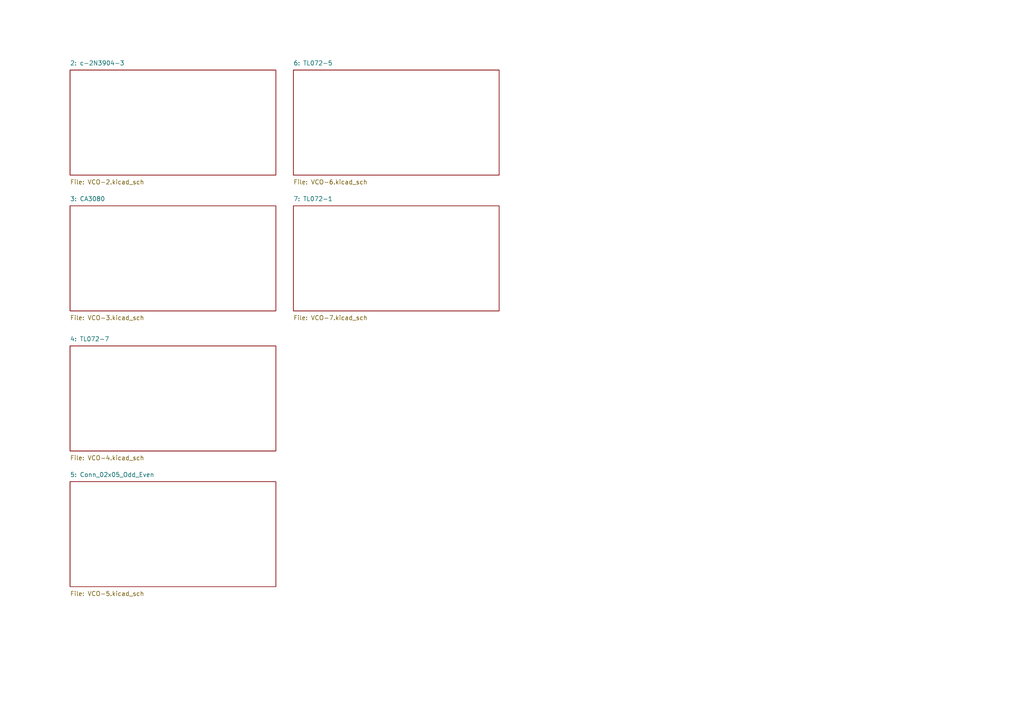
<source format=kicad_sch>
(kicad_sch (version 20230121) (generator jitx)
  (paper "A4")
  (lib_symbols
    (symbol "Net-12V" (power)
      (property "Reference" "#PWR" (at 35.0 60.0 0.0))
      (property "Value" "Net-12V" (at -2.54 2.54 0.0))
      (symbol "Net-12V_1_0"
        (pin power_in line (at 0.0 0.0 90) (length 0.0) (name "Net-12V") (number "~"))
        (polyline (pts (xy 0.0 0.0) (xy 0.0 0.635)) (stroke (width 0.127)))
        (polyline (pts (xy 0.0 1.905) (xy -0.635 0.635) (xy 0.635 0.635) (xy 0.0 1.905)) (stroke (width 0.0)) (fill (type background)))
      )
    )
    (symbol "GND" (power)
      (property "Reference" "#PWR" (at 35.0 60.0 0.0))
      (property "Value" "GND" (at -2.54 -2.54 0.0))
      (symbol "GND_1_0"
        (pin power_in line (at 0.0 0.0 270) (length 0.0) (name "GND") (number "~"))
        (polyline (pts (xy 0.0 0.0) (xy 0.0 -1.27)) (stroke (width 0.127)))
        (polyline (pts (xy -1.27 -1.27) (xy 1.27 -1.27)) (stroke (width 0.254)))
        (polyline (pts (xy -0.762 -1.778) (xy 0.762 -1.778)) (stroke (width 0.254)))
        (polyline (pts (xy -0.254 -2.286) (xy 0.254 -2.286)) (stroke (width 0.254)))
      )
    )
    (symbol "Net+12V" (power)
      (property "Reference" "#PWR" (at 35.0 60.0 0.0))
      (property "Value" "Net+12V" (at -2.54 2.54 0.0))
      (symbol "Net+12V_1_0"
        (pin power_in line (at 0.0 0.0 90) (length 0.0) (name "Net+12V") (number "~"))
        (polyline (pts (xy 0.0 0.0) (xy 0.0 0.635)) (stroke (width 0.127)))
        (polyline (pts (xy 0.0 1.905) (xy -0.635 0.635) (xy 0.635 0.635) (xy 0.0 1.905)) (stroke (width 0.0)) (fill (type background)))
      )
    )
    (symbol "Conn_02x05_Odd_Even"
      (property "Reference" "U" (at 1.27 7.62 0.0))
      (property "Value" "Conn_02x05_Odd_Even" (at 1.27 -7.62 0.0))
      (symbol "Conn_02x05_Odd_Even_1_0"
        (pin unspecified line (at -5.08 5.08 0) (length 3.81) (name "Pin_1") (number "~"))
        (pin unspecified line (at 7.62 -5.08 180) (length 3.81) (name "Pin_10") (number "~"))
        (pin unspecified line (at 7.62 5.08 180) (length 3.81) (name "Pin_2") (number "~"))
        (pin unspecified line (at -5.08 2.54 0) (length 3.81) (name "Pin_3") (number "~"))
        (pin unspecified line (at 7.62 2.54 180) (length 3.81) (name "Pin_4") (number "~"))
        (pin unspecified line (at -5.08 0.0 0) (length 3.81) (name "Pin_5") (number "~"))
        (pin unspecified line (at 7.62 0.0 180) (length 3.81) (name "Pin_6") (number "~"))
        (pin unspecified line (at -5.08 -2.54 0) (length 3.81) (name "Pin_7") (number "~"))
        (pin unspecified line (at 7.62 -2.54 180) (length 3.81) (name "Pin_8") (number "~"))
        (pin unspecified line (at -5.08 -5.08 0) (length 3.81) (name "Pin_9") (number "~"))
        (rectangle (start -1.27 -6.35) (end 3.81 6.35) (stroke (width 0.0)) (fill (type background)))
        (rectangle (start 2.54 -2.667) (end 3.81 -2.413) (stroke (width 0.0)))
        (rectangle (start 2.54 -0.127) (end 3.81 0.127) (stroke (width 0.0)))
        (rectangle (start -1.27 2.413) (end 0.0 2.667) (stroke (width 0.0)))
        (rectangle (start 2.54 2.413) (end 3.81 2.667) (stroke (width 0.0)))
        (rectangle (start -1.27 -0.127) (end 0.0 0.127) (stroke (width 0.0)))
        (rectangle (start -1.27 -2.667) (end 0.0 -2.413) (stroke (width 0.0)))
        (rectangle (start 2.54 -5.207) (end 3.81 -4.953) (stroke (width 0.0)))
        (rectangle (start 2.54 4.953) (end 3.81 5.207) (stroke (width 0.0)))
        (rectangle (start -1.27 -5.207) (end 0.0 -4.953) (stroke (width 0.0)))
        (rectangle (start -1.27 4.953) (end 0.0 5.207) (stroke (width 0.0)))
      )
    )
    (symbol "ALTIUM_POWER_GND_POWER"
      (property "Value" "ALTIUM_POWER_GND_POWER" (at 2.54 -1.016 0.0))
      (symbol "ALTIUM_POWER_GND_POWER_1_0"
        (pin unspecified line (at 0.0 0.0 0) (length 0.0) (name "0") (number "~"))
        (polyline (pts (xy 0.0 0.0) (xy 1.27 0.0)) (stroke (width 0.127)))
        (polyline (pts (xy 1.27 -1.397) (xy 1.27 1.397)) (stroke (width 0.254)))
        (polyline (pts (xy 1.69545 -1.0922) (xy 1.69545 1.0922)) (stroke (width 0.254)))
        (polyline (pts (xy 2.11455 -0.762) (xy 2.11455 0.762)) (stroke (width 0.254)))
        (polyline (pts (xy 2.54 -0.4572) (xy 2.54 0.4572)) (stroke (width 0.254)))
      )
    )
    (symbol "R_Potentiometer_Trim"
      (property "Reference" "U" (at -4.445 0.0 90.0))
      (property "Value" "R_Potentiometer_Trim" (at -2.54 0.0 90.0))
      (symbol "R_Potentiometer_Trim_1_0"
        (pin unspecified line (at 0.0 3.81 270) (length 1.27) (name "1") (number "~"))
        (pin unspecified line (at 3.81 0.0 180) (length 1.27) (name "2") (number "~"))
        (pin unspecified line (at 0.0 -3.81 90) (length 1.27) (name "3") (number "~"))
        (rectangle (start -1.016 -2.54) (end 1.016 2.54) (stroke (width 0.0)))
        (polyline (pts (xy 2.54 0.0) (xy 1.524 0.0)) (stroke (width 0.0)))
        (polyline (pts (xy 1.524 0.762) (xy 1.524 -0.762)) (stroke (width 0.0)))
      )
    )
    (symbol "box_symbol_2L_1R_4T_1B"
      (property "Reference" "U" (at -6.35 10.252 0.0))
      (property "Value" "box_symbol_2L_1R_4T_1B" (at -6.35 9.19 0.0))
      (symbol "box_symbol_2L_1R_4T_1B_1_0"
        (pin unspecified line (at -8.89 1.27 0) (length 2.54) (name "L0") (number "~"))
        (pin unspecified line (at -8.89 -1.27 0) (length 2.54) (name "L1") (number "~"))
        (pin unspecified line (at 8.89 0.0 180) (length 2.54) (name "R0") (number "~"))
        (pin unspecified line (at -3.81 11.43 270) (length 2.54) (name "T0") (number "~"))
        (pin unspecified line (at -1.27 11.43 270) (length 2.54) (name "T1") (number "~"))
        (pin unspecified line (at 1.27 11.43 270) (length 2.54) (name "T2") (number "~"))
        (pin unspecified line (at 3.81 11.43 270) (length 2.54) (name "T3") (number "~"))
        (pin unspecified line (at 0.0 -11.43 90) (length 2.54) (name "B0") (number "~"))
        (rectangle (start -6.35 -8.89) (end 6.35 8.89) (stroke (width 0.0)) (fill (type background)))
      )
    )
    (symbol "R_Potentiometer"
      (property "Reference" "U" (at -4.445 0.0 90.0))
      (property "Value" "R_Potentiometer" (at -2.54 0.0 90.0))
      (symbol "R_Potentiometer_1_0"
        (pin unspecified line (at 0.0 3.81 270) (length 1.27) (name "1") (number "~"))
        (pin unspecified line (at 3.81 0.0 180) (length 1.27) (name "2") (number "~"))
        (pin unspecified line (at 0.0 -3.81 90) (length 1.27) (name "3") (number "~"))
        (rectangle (start -1.016 -2.54) (end 1.016 2.54) (stroke (width 0.0)))
        (polyline (pts (xy 2.54 0.0) (xy 1.524 0.0)) (stroke (width 0.0)))
        (polyline (pts (xy 1.143 0.0) (xy 2.286 0.508) (xy 2.286 -0.508) (xy 1.143 0.0) (xy 1.143 0.0)) (stroke (width 0.0)) (fill (type background)))
      )
    )
    (symbol "R"
      (property "Reference" "U" (at 2.032 0.0 90.0))
      (property "Value" "R" (at 0.0 0.0 90.0))
      (symbol "R_1_0"
        (pin unspecified line (at 0.0 3.81 270) (length 1.27) (name "1") (number "~"))
        (pin unspecified line (at 0.0 -3.81 90) (length 1.27) (name "0") (number "~"))
        (rectangle (start -1.016 -2.54) (end 1.016 2.54) (stroke (width 0.0)))
      )
    )
    (symbol "Sym_2N3904"
      (property "Reference" "U" (at 5.08 1.905 0.0))
      (property "Value" "Sym_2N3904" (at 5.08 0.0 0.0))
      (symbol "Sym_2N3904_1_0"
        (pin unspecified line (at 2.54 -5.08 90) (length 2.54) (name "E") (number "~"))
        (pin unspecified line (at -5.08 0.0 0) (length 5.715) (name "B") (number "~"))
        (pin unspecified line (at 2.54 5.08 270) (length 2.54) (name "C") (number "~"))
        (circle (center 1.27 0.0) (radius 2.8194) (stroke (width 0.0)))
        (polyline (pts (xy 0.635 -0.635) (xy 2.54 -2.54) (xy 2.54 -2.54)) (stroke (width 0.0)))
        (polyline (pts (xy 0.635 1.905) (xy 0.635 -1.905) (xy 0.635 -1.905)) (stroke (width 0.508)))
        (polyline (pts (xy 0.635 0.635) (xy 2.54 2.54)) (stroke (width 0.0)))
        (polyline (pts (xy 1.27 -1.778) (xy 1.778 -1.27) (xy 2.286 -2.286) (xy 1.27 -1.778) (xy 1.27 -1.778) (xy 1.27 -1.778)) (stroke (width 0.0)) (fill (type background)))
      )
    )
    (symbol "supply_sym"
      (property "Value" "supply_sym" (at -2.54 2.54 0.0))
      (symbol "supply_sym_1_0"
        (pin unspecified line (at 0.0 0.0 90) (length 0.0) (name "0") (number "~"))
        (polyline (pts (xy 0.0 0.0) (xy 0.0 0.635)) (stroke (width 0.127)))
        (polyline (pts (xy 0.0 1.905) (xy -0.635 0.635) (xy 0.635 0.635) (xy 0.0 1.905)) (stroke (width 0.0)) (fill (type background)))
      )
    )
    (symbol "ground_sym"
      (property "Value" "ground_sym" (at -2.54 -2.54 0.0))
      (symbol "ground_sym_1_0"
        (pin unspecified line (at 0.0 0.0 270) (length 0.0) (name "0") (number "~"))
        (polyline (pts (xy 0.0 0.0) (xy 0.0 -1.27)) (stroke (width 0.127)))
        (polyline (pts (xy -1.27 -1.27) (xy 1.27 -1.27)) (stroke (width 0.254)))
        (polyline (pts (xy -0.762 -1.778) (xy 0.762 -1.778)) (stroke (width 0.254)))
        (polyline (pts (xy -0.254 -2.286) (xy 0.254 -2.286)) (stroke (width 0.254)))
      )
    )
    (symbol "Sym_1N4148"
      (property "Reference" "U" (at 0.0 2.54 0.0))
      (property "Value" "Sym_1N4148" (at 0.0 -2.54 0.0))
      (symbol "Sym_1N4148_1_0"
        (pin unspecified line (at -3.81 0.0 0) (length 2.54) (name "K") (number "~"))
        (pin unspecified line (at 3.81 0.0 180) (length 2.54) (name "A") (number "~"))
        (polyline (pts (xy -1.27 1.27) (xy -1.27 -1.27)) (stroke (width 0.254)))
        (polyline (pts (xy 1.27 0.0) (xy -1.27 0.0)) (stroke (width 0.0)))
        (polyline (pts (xy 1.27 1.27) (xy 1.27 -1.27) (xy -1.27 0.0) (xy 1.27 1.27)) (stroke (width 0.254)))
      )
    )
    (symbol "Sym_1N5819"
      (property "Reference" "U" (at 0.0 2.54 0.0))
      (property "Value" "Sym_1N5819" (at 0.0 -2.54 0.0))
      (symbol "Sym_1N5819_1_0"
        (pin unspecified line (at -3.81 0.0 0) (length 2.54) (name "K") (number "~"))
        (pin unspecified line (at 3.81 0.0 180) (length 2.54) (name "A") (number "~"))
        (polyline (pts (xy 1.27 0.0) (xy -1.27 0.0)) (stroke (width 0.0)))
        (polyline (pts (xy 1.27 1.27) (xy 1.27 -1.27) (xy -1.27 0.0) (xy 1.27 1.27)) (stroke (width 0.254)))
        (polyline (pts (xy -1.905 0.635) (xy -1.905 1.27) (xy -1.27 1.27) (xy -1.27 -1.27) (xy -0.635 -1.27) (xy -0.635 -0.635)) (stroke (width 0.254)))
      )
    )
    (symbol "AudioJack2_SwitchT"
      (property "Reference" "U" (at 0.0 8.89 0.0))
      (property "Value" "AudioJack2_SwitchT" (at 0.0 6.35 0.0))
      (symbol "AudioJack2_SwitchT_1_0"
        (pin unspecified line (at 5.08 2.54 180) (length 2.54) (name "0") (number "~"))
        (pin unspecified line (at 5.08 0.0 180) (length 2.54) (name "1") (number "~"))
        (pin unspecified line (at 5.08 -2.54 180) (length 2.54) (name "2") (number "~"))
        (rectangle (start -2.54 -5.08) (end 2.54 3.81) (stroke (width 0.0)) (fill (type background)))
        (rectangle (start -3.81 -2.54) (end -2.54 0.0) (stroke (width 0.0)) (fill (type background)))
        (polyline (pts (xy 1.778 -0.254) (xy 2.032 -0.762)) (stroke (width 0.0)))
        (polyline (pts (xy 0.0 0.0) (xy 0.635 -0.635) (xy 1.27 0.0) (xy 2.54 0.0)) (stroke (width 0.254)))
        (polyline (pts (xy 2.54 -2.54) (xy 1.778 -2.54) (xy 1.778 -0.254) (xy 1.524 -0.762)) (stroke (width 0.0)))
        (polyline (pts (xy 2.54 2.54) (xy -0.635 2.54) (xy -0.635 0.0) (xy -1.27 -0.635) (xy -1.905 0.0)) (stroke (width 0.254)))
      )
    )
    (symbol "Sym_2N3906"
      (property "Reference" "U" (at 5.08 1.905 0.0))
      (property "Value" "Sym_2N3906" (at 5.08 0.0 0.0))
      (symbol "Sym_2N3906_1_0"
        (pin unspecified line (at 2.54 -5.08 90) (length 2.54) (name "E") (number "~"))
        (pin unspecified line (at -5.08 0.0 0) (length 5.715) (name "B") (number "~"))
        (pin unspecified line (at 2.54 5.08 270) (length 2.54) (name "C") (number "~"))
        (circle (center 1.27 0.0) (radius 2.8194) (stroke (width 0.0)))
        (polyline (pts (xy 0.635 -0.635) (xy 2.54 -2.54) (xy 2.54 -2.54)) (stroke (width 0.0)))
        (polyline (pts (xy 0.635 1.905) (xy 0.635 -1.905) (xy 0.635 -1.905)) (stroke (width 0.508)))
        (polyline (pts (xy 0.635 0.635) (xy 2.54 2.54)) (stroke (width 0.0)))
        (polyline (pts (xy 2.286 -1.778) (xy 1.778 -2.286) (xy 1.27 -1.27) (xy 2.286 -1.778) (xy 2.286 -1.778) (xy 2.286 -1.778)) (stroke (width 0.0)) (fill (type background)))
      )
    )
    (symbol "SW_SPDT"
      (property "Reference" "U" (at 0.0 4.318 0.0))
      (property "Value" "SW_SPDT" (at 0.0 -5.08 0.0))
      (symbol "SW_SPDT_1_0"
        (pin unspecified line (at 5.08 2.54 180) (length 2.54) (name "A") (number "~"))
        (pin unspecified line (at -5.08 0.0 0) (length 2.54) (name "B") (number "~"))
        (pin unspecified line (at 5.08 -2.54 180) (length 2.54) (name "C") (number "~"))
        (circle (center 2.032 -2.54) (radius 0.508) (stroke (width 0.0)))
        (circle (center -2.032 0.0) (radius 0.508) (stroke (width 0.0)))
        (circle (center 2.032 2.54) (radius 0.508) (stroke (width 0.0)))
        (polyline (pts (xy -1.524 0.254) (xy 1.651 2.286)) (stroke (width 0.0)))
      )
    )
    (symbol "LED"
      (property "Reference" "U" (at 0.0 2.54 0.0))
      (property "Value" "LED" (at 0.0 -2.54 0.0))
      (symbol "LED_1_0"
        (pin unspecified line (at -3.81 0.0 0) (length 2.54) (name "K") (number "~"))
        (pin unspecified line (at 3.81 0.0 180) (length 2.54) (name "A") (number "~"))
        (polyline (pts (xy 1.27 -1.27) (xy 1.27 1.27) (xy -1.27 0.0) (xy 1.27 -1.27)) (stroke (width 0.254)))
        (polyline (pts (xy -3.048 -0.762) (xy -4.572 -2.286) (xy -3.81 -2.286) (xy -4.572 -2.286) (xy -4.572 -1.524)) (stroke (width 0.0)))
        (polyline (pts (xy -1.27 0.0) (xy 1.27 0.0)) (stroke (width 0.0)))
        (polyline (pts (xy -1.27 -1.27) (xy -1.27 1.27)) (stroke (width 0.254)))
        (polyline (pts (xy -1.778 -0.762) (xy -3.302 -2.286) (xy -2.54 -2.286) (xy -3.302 -2.286) (xy -3.302 -1.524)) (stroke (width 0.0)))
      )
    )
    (symbol "TL072A"
      (property "Reference" "U" (at 0.0 5.08 0.0))
      (property "Value" "TL072A" (at 0.0 -5.08 0.0))
      (symbol "TL072A_1_0"
        (pin unspecified line (at 7.62 0.0 180) (length 2.54) (name "0") (number "~"))
        (pin unspecified line (at -7.62 -2.54 0) (length 2.54) (name "p-0") (number "~"))
        (pin unspecified line (at -7.62 2.54 0) (length 2.54) (name "p+0") (number "~"))
        (polyline (pts (xy -5.08 5.08) (xy 5.08 0.0) (xy -5.08 -5.08) (xy -5.08 5.08) (xy -5.08 5.08)) (stroke (width 0.0)) (fill (type background)))
      )
    )
    (symbol "TL072B"
      (property "Reference" "U" (at 0.0 5.08 0.0))
      (property "Value" "TL072B" (at 0.0 -5.08 0.0))
      (symbol "TL072B_1_0"
        (pin unspecified line (at -7.62 2.54 0) (length 2.54) (name "p+1") (number "~"))
        (pin unspecified line (at -7.62 -2.54 0) (length 2.54) (name "p-1") (number "~"))
        (pin unspecified line (at 7.62 0.0 180) (length 2.54) (name "1") (number "~"))
        (polyline (pts (xy -5.08 5.08) (xy 5.08 0.0) (xy -5.08 -5.08) (xy -5.08 5.08) (xy -5.08 5.08)) (stroke (width 0.0)) (fill (type background)))
      )
    )
    (symbol "jitx_C"
      (property "Reference" "U" (at 0.635 2.54 0.0))
      (property "Value" "jitx_C" (at 0.635 -2.54 0.0))
      (symbol "jitx_C_1_0"
        (pin unspecified line (at 0.0 3.81 270) (length 2.794) (name "1") (number "~"))
        (pin unspecified line (at 0.0 -3.81 90) (length 2.794) (name "0") (number "~"))
        (polyline (pts (xy -2.032 0.762) (xy 2.032 0.762)) (stroke (width 0.508)))
        (polyline (pts (xy -2.032 -0.762) (xy 2.032 -0.762)) (stroke (width 0.508)))
      )
    )
    (symbol "TL072C"
      (property "Reference" "U" (at 0.0 5.08 0.0))
      (property "Value" "TL072C" (at 0.0 -5.08 0.0))
      (symbol "TL072C_1_0"
        (pin unspecified line (at -2.54 -7.62 90) (length 3.81) (name "V-") (number "~"))
        (pin unspecified line (at -2.54 7.62 270) (length 3.81) (name "V+") (number "~"))
      )
    )
    (symbol "ALTIUM_POWER_ARROW"
      (property "Value" "ALTIUM_POWER_ARROW" (at 2.54 -0.508 0.0))
      (symbol "ALTIUM_POWER_ARROW_1_0"
        (pin unspecified line (at 0.0 0.0 0) (length 0.0) (name "0") (number "~"))
        (polyline (pts (xy 0.0 0.0) (xy 1.27 0.0)) (stroke (width 0.127)))
        (polyline (pts (xy 2.794 0.0) (xy 1.27 0.762) (xy 1.27 -0.762) (xy 2.794 0.0)) (stroke (width 0.0)) (fill (type background)))
      )
    )
    (symbol "component"
      (property "Reference" "U" (at 2.032 0.0 90.0))
      (property "Value" "component" (at 0.0 0.0 90.0))
      (symbol "component_1_0"
        (pin unspecified line (at 0.0 3.81 270) (length 1.27) (name "1") (number "1"))
        (pin unspecified line (at 0.0 -3.81 90) (length 1.27) (name "0") (number "2"))
        (rectangle (start -1.016 -2.54) (end 1.016 2.54) (stroke (width 0.0)))
      )
    )
    (symbol "component_1"
      (property "Reference" "U" (at 2.032 0.0 90.0))
      (property "Value" "component_1" (at 0.0 0.0 90.0))
      (symbol "component_1_1_0"
        (pin unspecified line (at 0.0 3.81 270) (length 1.27) (name "1") (number "1"))
        (pin unspecified line (at 0.0 -3.81 90) (length 1.27) (name "0") (number "2"))
        (rectangle (start -1.016 -2.54) (end 1.016 2.54) (stroke (width 0.0)))
      )
    )
    (symbol "component_2"
      (property "Reference" "U" (at 0.635 2.54 0.0))
      (property "Value" "component_2" (at 0.635 -2.54 0.0))
      (symbol "component_2_1_0"
        (pin unspecified line (at 0.0 3.81 270) (length 2.794) (name "1") (number "1"))
        (pin unspecified line (at 0.0 -3.81 90) (length 2.794) (name "0") (number "2"))
        (polyline (pts (xy -2.032 0.762) (xy 2.032 0.762)) (stroke (width 0.508)))
        (polyline (pts (xy -2.032 -0.762) (xy 2.032 -0.762)) (stroke (width 0.508)))
      )
    )
    (symbol "component_3"
      (property "Reference" "U" (at 2.032 0.0 90.0))
      (property "Value" "component_3" (at 0.0 0.0 90.0))
      (symbol "component_3_1_0"
        (pin unspecified line (at 0.0 3.81 270) (length 1.27) (name "1") (number "1"))
        (pin unspecified line (at 0.0 -3.81 90) (length 1.27) (name "0") (number "2"))
        (rectangle (start -1.016 -2.54) (end 1.016 2.54) (stroke (width 0.0)))
      )
    )
    (symbol "component_4"
      (property "Reference" "U" (at 2.032 0.0 90.0))
      (property "Value" "component_4" (at 0.0 0.0 90.0))
      (symbol "component_4_1_0"
        (pin unspecified line (at 0.0 3.81 270) (length 1.27) (name "1") (number "1"))
        (pin unspecified line (at 0.0 -3.81 90) (length 1.27) (name "0") (number "2"))
        (rectangle (start -1.016 -2.54) (end 1.016 2.54) (stroke (width 0.0)))
      )
    )
    (symbol "component_5"
      (property "Reference" "U" (at 2.032 0.0 90.0))
      (property "Value" "component_5" (at 0.0 0.0 90.0))
      (symbol "component_5_1_0"
        (pin unspecified line (at 0.0 3.81 270) (length 1.27) (name "1") (number "1"))
        (pin unspecified line (at 0.0 -3.81 90) (length 1.27) (name "0") (number "2"))
        (rectangle (start -1.016 -2.54) (end 1.016 2.54) (stroke (width 0.0)))
      )
    )
    (symbol "component_6"
      (property "Reference" "U" (at 2.032 0.0 90.0))
      (property "Value" "component_6" (at 0.0 0.0 90.0))
      (symbol "component_6_1_0"
        (pin unspecified line (at 0.0 3.81 270) (length 1.27) (name "1") (number "1"))
        (pin unspecified line (at 0.0 -3.81 90) (length 1.27) (name "0") (number "2"))
        (rectangle (start -1.016 -2.54) (end 1.016 2.54) (stroke (width 0.0)))
      )
    )
    (symbol "component_7"
      (property "Reference" "U" (at -4.445 0.0 90.0))
      (property "Value" "component_7" (at -2.54 0.0 90.0))
      (symbol "component_7_1_0"
        (pin unspecified line (at 0.0 3.81 270) (length 1.27) (name "1") (number "1"))
        (pin unspecified line (at 3.81 0.0 180) (length 1.27) (name "2") (number "2"))
        (pin unspecified line (at 0.0 -3.81 90) (length 1.27) (name "3") (number "3"))
        (rectangle (start -1.016 -2.54) (end 1.016 2.54) (stroke (width 0.0)))
        (polyline (pts (xy 2.54 0.0) (xy 1.524 0.0)) (stroke (width 0.0)))
        (polyline (pts (xy 1.143 0.0) (xy 2.286 0.508) (xy 2.286 -0.508) (xy 1.143 0.0) (xy 1.143 0.0)) (stroke (width 0.0)) (fill (type background)))
      )
    )
    (symbol "component_8"
      (property "Reference" "U" (at -4.445 0.0 90.0))
      (property "Value" "component_8" (at -2.54 0.0 90.0))
      (symbol "component_8_1_0"
        (pin unspecified line (at 0.0 3.81 270) (length 1.27) (name "1") (number "1"))
        (pin unspecified line (at 3.81 0.0 180) (length 1.27) (name "2") (number "2"))
        (pin unspecified line (at 0.0 -3.81 90) (length 1.27) (name "3") (number "3"))
        (rectangle (start -1.016 -2.54) (end 1.016 2.54) (stroke (width 0.0)))
        (polyline (pts (xy 2.54 0.0) (xy 1.524 0.0)) (stroke (width 0.0)))
        (polyline (pts (xy 1.143 0.0) (xy 2.286 0.508) (xy 2.286 -0.508) (xy 1.143 0.0) (xy 1.143 0.0)) (stroke (width 0.0)) (fill (type background)))
      )
    )
    (symbol "component_9"
      (property "Reference" "U" (at -4.445 0.0 90.0))
      (property "Value" "component_9" (at -2.54 0.0 90.0))
      (symbol "component_9_1_0"
        (pin unspecified line (at 0.0 3.81 270) (length 1.27) (name "1") (number "1"))
        (pin unspecified line (at 3.81 0.0 180) (length 1.27) (name "2") (number "2"))
        (pin unspecified line (at 0.0 -3.81 90) (length 1.27) (name "3") (number "3"))
        (rectangle (start -1.016 -2.54) (end 1.016 2.54) (stroke (width 0.0)))
        (polyline (pts (xy 2.54 0.0) (xy 1.524 0.0)) (stroke (width 0.0)))
        (polyline (pts (xy 1.143 0.0) (xy 2.286 0.508) (xy 2.286 -0.508) (xy 1.143 0.0) (xy 1.143 0.0)) (stroke (width 0.0)) (fill (type background)))
      )
    )
    (symbol "component_10"
      (property "Reference" "U" (at 2.032 0.0 90.0))
      (property "Value" "component_10" (at 0.0 0.0 90.0))
      (symbol "component_10_1_0"
        (pin unspecified line (at 0.0 3.81 270) (length 1.27) (name "1") (number "1"))
        (pin unspecified line (at 0.0 -3.81 90) (length 1.27) (name "0") (number "2"))
        (rectangle (start -1.016 -2.54) (end 1.016 2.54) (stroke (width 0.0)))
      )
    )
    (symbol "component_11"
      (property "Reference" "U" (at 0.0 2.54 0.0))
      (property "Value" "component_11" (at 0.0 -2.54 0.0))
      (symbol "component_11_1_0"
        (pin unspecified line (at -3.81 0.0 0) (length 2.54) (name "K") (number "1"))
        (pin unspecified line (at 3.81 0.0 180) (length 2.54) (name "A") (number "2"))
        (polyline (pts (xy -1.27 1.27) (xy -1.27 -1.27)) (stroke (width 0.254)))
        (polyline (pts (xy 1.27 0.0) (xy -1.27 0.0)) (stroke (width 0.0)))
        (polyline (pts (xy 1.27 1.27) (xy 1.27 -1.27) (xy -1.27 0.0) (xy 1.27 1.27)) (stroke (width 0.254)))
      )
    )
    (symbol "component_12"
      (property "Reference" "U" (at 0.635 2.54 0.0))
      (property "Value" "component_12" (at 0.635 -2.54 0.0))
      (symbol "component_12_1_0"
        (pin unspecified line (at 0.0 3.81 270) (length 2.794) (name "1") (number "1"))
        (pin unspecified line (at 0.0 -3.81 90) (length 2.794) (name "0") (number "2"))
        (polyline (pts (xy -2.032 0.762) (xy 2.032 0.762)) (stroke (width 0.508)))
        (polyline (pts (xy -2.032 -0.762) (xy 2.032 -0.762)) (stroke (width 0.508)))
      )
    )
    (symbol "component_13"
      (property "Reference" "U" (at 0.635 2.54 0.0))
      (property "Value" "component_13" (at 0.635 -2.54 0.0))
      (symbol "component_13_1_0"
        (pin unspecified line (at 0.0 3.81 270) (length 2.794) (name "1") (number "1"))
        (pin unspecified line (at 0.0 -3.81 90) (length 2.794) (name "0") (number "2"))
        (polyline (pts (xy -2.032 0.762) (xy 2.032 0.762)) (stroke (width 0.508)))
        (polyline (pts (xy -2.032 -0.762) (xy 2.032 -0.762)) (stroke (width 0.508)))
      )
    )
    (symbol "component_14"
      (property "Reference" "U" (at -4.445 0.0 90.0))
      (property "Value" "component_14" (at -2.54 0.0 90.0))
      (symbol "component_14_1_0"
        (pin unspecified line (at 0.0 3.81 270) (length 1.27) (name "1") (number "1"))
        (pin unspecified line (at 3.81 0.0 180) (length 1.27) (name "2") (number "2"))
        (pin unspecified line (at 0.0 -3.81 90) (length 1.27) (name "3") (number "3"))
        (rectangle (start -1.016 -2.54) (end 1.016 2.54) (stroke (width 0.0)))
        (polyline (pts (xy 2.54 0.0) (xy 1.524 0.0)) (stroke (width 0.0)))
        (polyline (pts (xy 1.143 0.0) (xy 2.286 0.508) (xy 2.286 -0.508) (xy 1.143 0.0) (xy 1.143 0.0)) (stroke (width 0.0)) (fill (type background)))
      )
    )
    (symbol "component_15"
      (property "Reference" "U" (at 0.635 2.54 0.0))
      (property "Value" "component_15" (at 0.635 -2.54 0.0))
      (symbol "component_15_1_0"
        (pin unspecified line (at 0.0 3.81 270) (length 2.794) (name "1") (number "1"))
        (pin unspecified line (at 0.0 -3.81 90) (length 2.794) (name "0") (number "2"))
        (polyline (pts (xy -2.032 0.762) (xy 2.032 0.762)) (stroke (width 0.508)))
        (polyline (pts (xy -2.032 -0.762) (xy 2.032 -0.762)) (stroke (width 0.508)))
      )
    )
    (symbol "component_16"
      (property "Reference" "U" (at 0.635 2.54 0.0))
      (property "Value" "component_16" (at 0.635 -2.54 0.0))
      (symbol "component_16_1_0"
        (pin unspecified line (at 0.0 3.81 270) (length 2.794) (name "1") (number "1"))
        (pin unspecified line (at 0.0 -3.81 90) (length 2.794) (name "0") (number "2"))
        (polyline (pts (xy -2.032 0.762) (xy 2.032 0.762)) (stroke (width 0.508)))
        (polyline (pts (xy -2.032 -0.762) (xy 2.032 -0.762)) (stroke (width 0.508)))
      )
    )
    (symbol "component_17"
      (property "Reference" "U" (at 0.0 4.318 0.0))
      (property "Value" "component_17" (at 0.0 -5.08 0.0))
      (symbol "component_17_1_0"
        (pin unspecified line (at 5.08 2.54 180) (length 2.54) (name "A") (number "1"))
        (pin unspecified line (at -5.08 0.0 0) (length 2.54) (name "B") (number "2"))
        (pin unspecified line (at 5.08 -2.54 180) (length 2.54) (name "C") (number "3"))
        (circle (center 2.032 -2.54) (radius 0.508) (stroke (width 0.0)))
        (circle (center -2.032 0.0) (radius 0.508) (stroke (width 0.0)))
        (circle (center 2.032 2.54) (radius 0.508) (stroke (width 0.0)))
        (polyline (pts (xy -1.524 0.254) (xy 1.651 2.286)) (stroke (width 0.0)))
      )
    )
    (symbol "component_18"
      (property "Reference" "U" (at 2.032 0.0 90.0))
      (property "Value" "component_18" (at 0.0 0.0 90.0))
      (symbol "component_18_1_0"
        (pin unspecified line (at 0.0 3.81 270) (length 1.27) (name "1") (number "1"))
        (pin unspecified line (at 0.0 -3.81 90) (length 1.27) (name "0") (number "2"))
        (rectangle (start -1.016 -2.54) (end 1.016 2.54) (stroke (width 0.0)))
      )
    )
    (symbol "component_19"
      (property "Reference" "U" (at 2.032 0.0 90.0))
      (property "Value" "component_19" (at 0.0 0.0 90.0))
      (symbol "component_19_1_0"
        (pin unspecified line (at 0.0 3.81 270) (length 1.27) (name "1") (number "1"))
        (pin unspecified line (at 0.0 -3.81 90) (length 1.27) (name "0") (number "2"))
        (rectangle (start -1.016 -2.54) (end 1.016 2.54) (stroke (width 0.0)))
      )
    )
    (symbol "component_20"
      (property "Reference" "U" (at 2.032 0.0 90.0))
      (property "Value" "component_20" (at 0.0 0.0 90.0))
      (symbol "component_20_1_0"
        (pin unspecified line (at 0.0 3.81 270) (length 1.27) (name "1") (number "1"))
        (pin unspecified line (at 0.0 -3.81 90) (length 1.27) (name "0") (number "2"))
        (rectangle (start -1.016 -2.54) (end 1.016 2.54) (stroke (width 0.0)))
      )
    )
    (symbol "component_21"
      (property "Reference" "U" (at 2.032 0.0 90.0))
      (property "Value" "component_21" (at 0.0 0.0 90.0))
      (symbol "component_21_1_0"
        (pin unspecified line (at 0.0 3.81 270) (length 1.27) (name "1") (number "1"))
        (pin unspecified line (at 0.0 -3.81 90) (length 1.27) (name "0") (number "2"))
        (rectangle (start -1.016 -2.54) (end 1.016 2.54) (stroke (width 0.0)))
      )
    )
    (symbol "component_22"
      (property "Reference" "U" (at 2.032 0.0 90.0))
      (property "Value" "component_22" (at 0.0 0.0 90.0))
      (symbol "component_22_1_0"
        (pin unspecified line (at 0.0 3.81 270) (length 1.27) (name "1") (number "1"))
        (pin unspecified line (at 0.0 -3.81 90) (length 1.27) (name "0") (number "2"))
        (rectangle (start -1.016 -2.54) (end 1.016 2.54) (stroke (width 0.0)))
      )
    )
    (symbol "component_23"
      (property "Reference" "U" (at 1.27 7.62 0.0))
      (property "Value" "component_23" (at 1.27 -7.62 0.0))
      (symbol "component_23_1_0"
        (pin unspecified line (at -5.08 5.08 0) (length 3.81) (name "Pin_1") (number "1"))
        (pin unspecified line (at 7.62 -5.08 180) (length 3.81) (name "Pin_10") (number "10"))
        (pin unspecified line (at 7.62 5.08 180) (length 3.81) (name "Pin_2") (number "2"))
        (pin unspecified line (at -5.08 2.54 0) (length 3.81) (name "Pin_3") (number "3"))
        (pin unspecified line (at 7.62 2.54 180) (length 3.81) (name "Pin_4") (number "4"))
        (pin unspecified line (at -5.08 0.0 0) (length 3.81) (name "Pin_5") (number "5"))
        (pin unspecified line (at 7.62 0.0 180) (length 3.81) (name "Pin_6") (number "6"))
        (pin unspecified line (at -5.08 -2.54 0) (length 3.81) (name "Pin_7") (number "7"))
        (pin unspecified line (at 7.62 -2.54 180) (length 3.81) (name "Pin_8") (number "8"))
        (pin unspecified line (at -5.08 -5.08 0) (length 3.81) (name "Pin_9") (number "9"))
        (rectangle (start -1.27 -6.35) (end 3.81 6.35) (stroke (width 0.0)) (fill (type background)))
        (rectangle (start 2.54 -2.667) (end 3.81 -2.413) (stroke (width 0.0)))
        (rectangle (start 2.54 -0.127) (end 3.81 0.127) (stroke (width 0.0)))
        (rectangle (start -1.27 2.413) (end 0.0 2.667) (stroke (width 0.0)))
        (rectangle (start 2.54 2.413) (end 3.81 2.667) (stroke (width 0.0)))
        (rectangle (start -1.27 -0.127) (end 0.0 0.127) (stroke (width 0.0)))
        (rectangle (start -1.27 -2.667) (end 0.0 -2.413) (stroke (width 0.0)))
        (rectangle (start 2.54 -5.207) (end 3.81 -4.953) (stroke (width 0.0)))
        (rectangle (start 2.54 4.953) (end 3.81 5.207) (stroke (width 0.0)))
        (rectangle (start -1.27 -5.207) (end 0.0 -4.953) (stroke (width 0.0)))
        (rectangle (start -1.27 4.953) (end 0.0 5.207) (stroke (width 0.0)))
      )
    )
    (symbol "component_24"
      (property "Reference" "U" (at 2.032 0.0 90.0))
      (property "Value" "component_24" (at 0.0 0.0 90.0))
      (symbol "component_24_1_0"
        (pin unspecified line (at 0.0 3.81 270) (length 1.27) (name "1") (number "1"))
        (pin unspecified line (at 0.0 -3.81 90) (length 1.27) (name "0") (number "2"))
        (rectangle (start -1.016 -2.54) (end 1.016 2.54) (stroke (width 0.0)))
      )
    )
    (symbol "component_25"
      (property "Reference" "U" (at 2.032 0.0 90.0))
      (property "Value" "component_25" (at 0.0 0.0 90.0))
      (symbol "component_25_1_0"
        (pin unspecified line (at 0.0 3.81 270) (length 1.27) (name "1") (number "1"))
        (pin unspecified line (at 0.0 -3.81 90) (length 1.27) (name "0") (number "2"))
        (rectangle (start -1.016 -2.54) (end 1.016 2.54) (stroke (width 0.0)))
      )
    )
    (symbol "component_26"
      (property "Reference" "U" (at -4.445 0.0 90.0))
      (property "Value" "component_26" (at -2.54 0.0 90.0))
      (symbol "component_26_1_0"
        (pin unspecified line (at 0.0 3.81 270) (length 1.27) (name "1") (number "1"))
        (pin unspecified line (at 3.81 0.0 180) (length 1.27) (name "2") (number "2"))
        (pin unspecified line (at 0.0 -3.81 90) (length 1.27) (name "3") (number "3"))
        (rectangle (start -1.016 -2.54) (end 1.016 2.54) (stroke (width 0.0)))
        (polyline (pts (xy 2.54 0.0) (xy 1.524 0.0)) (stroke (width 0.0)))
        (polyline (pts (xy 1.524 0.762) (xy 1.524 -0.762)) (stroke (width 0.0)))
      )
    )
    (symbol "component_27"
      (property "Reference" "U" (at 2.032 0.0 90.0))
      (property "Value" "component_27" (at 0.0 0.0 90.0))
      (symbol "component_27_1_0"
        (pin unspecified line (at 0.0 3.81 270) (length 1.27) (name "1") (number "1"))
        (pin unspecified line (at 0.0 -3.81 90) (length 1.27) (name "0") (number "2"))
        (rectangle (start -1.016 -2.54) (end 1.016 2.54) (stroke (width 0.0)))
      )
    )
    (symbol "component_28"
      (property "Reference" "U" (at 2.032 0.0 90.0))
      (property "Value" "component_28" (at 0.0 0.0 90.0))
      (symbol "component_28_1_0"
        (pin unspecified line (at 0.0 3.81 270) (length 1.27) (name "1") (number "1"))
        (pin unspecified line (at 0.0 -3.81 90) (length 1.27) (name "0") (number "2"))
        (rectangle (start -1.016 -2.54) (end 1.016 2.54) (stroke (width 0.0)))
      )
    )
    (symbol "component_29"
      (property "Reference" "U" (at 0.0 8.89 0.0))
      (property "Value" "component_29" (at 0.0 6.35 0.0))
      (symbol "component_29_1_0"
        (pin unspecified line (at 5.08 2.54 180) (length 2.54) (name "0") (number "S"))
        (pin unspecified line (at 5.08 0.0 180) (length 2.54) (name "1") (number "T"))
        (pin unspecified line (at 5.08 -2.54 180) (length 2.54) (name "2") (number "TN"))
        (rectangle (start -2.54 -5.08) (end 2.54 3.81) (stroke (width 0.0)) (fill (type background)))
        (rectangle (start -3.81 -2.54) (end -2.54 0.0) (stroke (width 0.0)) (fill (type background)))
        (polyline (pts (xy 1.778 -0.254) (xy 2.032 -0.762)) (stroke (width 0.0)))
        (polyline (pts (xy 0.0 0.0) (xy 0.635 -0.635) (xy 1.27 0.0) (xy 2.54 0.0)) (stroke (width 0.254)))
        (polyline (pts (xy 2.54 -2.54) (xy 1.778 -2.54) (xy 1.778 -0.254) (xy 1.524 -0.762)) (stroke (width 0.0)))
        (polyline (pts (xy 2.54 2.54) (xy -0.635 2.54) (xy -0.635 0.0) (xy -1.27 -0.635) (xy -1.905 0.0)) (stroke (width 0.254)))
      )
    )
    (symbol "component_30"
      (property "Reference" "U" (at 2.032 0.0 90.0))
      (property "Value" "component_30" (at 0.0 0.0 90.0))
      (symbol "component_30_1_0"
        (pin unspecified line (at 0.0 3.81 270) (length 1.27) (name "1") (number "1"))
        (pin unspecified line (at 0.0 -3.81 90) (length 1.27) (name "0") (number "2"))
        (rectangle (start -1.016 -2.54) (end 1.016 2.54) (stroke (width 0.0)))
      )
    )
    (symbol "component_31"
      (property "Reference" "U" (at 0.0 8.89 0.0))
      (property "Value" "component_31" (at 0.0 6.35 0.0))
      (symbol "component_31_1_0"
        (pin unspecified line (at 5.08 2.54 180) (length 2.54) (name "0") (number "S"))
        (pin unspecified line (at 5.08 0.0 180) (length 2.54) (name "1") (number "T"))
        (pin unspecified line (at 5.08 -2.54 180) (length 2.54) (name "2") (number "TN"))
        (rectangle (start -2.54 -5.08) (end 2.54 3.81) (stroke (width 0.0)) (fill (type background)))
        (rectangle (start -3.81 -2.54) (end -2.54 0.0) (stroke (width 0.0)) (fill (type background)))
        (polyline (pts (xy 1.778 -0.254) (xy 2.032 -0.762)) (stroke (width 0.0)))
        (polyline (pts (xy 0.0 0.0) (xy 0.635 -0.635) (xy 1.27 0.0) (xy 2.54 0.0)) (stroke (width 0.254)))
        (polyline (pts (xy 2.54 -2.54) (xy 1.778 -2.54) (xy 1.778 -0.254) (xy 1.524 -0.762)) (stroke (width 0.0)))
        (polyline (pts (xy 2.54 2.54) (xy -0.635 2.54) (xy -0.635 0.0) (xy -1.27 -0.635) (xy -1.905 0.0)) (stroke (width 0.254)))
      )
    )
    (symbol "component_32"
      (property "Reference" "U" (at 0.0 8.89 0.0))
      (property "Value" "component_32" (at 0.0 6.35 0.0))
      (symbol "component_32_1_0"
        (pin unspecified line (at 5.08 2.54 180) (length 2.54) (name "0") (number "S"))
        (pin unspecified line (at 5.08 0.0 180) (length 2.54) (name "1") (number "T"))
        (pin unspecified line (at 5.08 -2.54 180) (length 2.54) (name "2") (number "TN"))
        (rectangle (start -2.54 -5.08) (end 2.54 3.81) (stroke (width 0.0)) (fill (type background)))
        (rectangle (start -3.81 -2.54) (end -2.54 0.0) (stroke (width 0.0)) (fill (type background)))
        (polyline (pts (xy 1.778 -0.254) (xy 2.032 -0.762)) (stroke (width 0.0)))
        (polyline (pts (xy 0.0 0.0) (xy 0.635 -0.635) (xy 1.27 0.0) (xy 2.54 0.0)) (stroke (width 0.254)))
        (polyline (pts (xy 2.54 -2.54) (xy 1.778 -2.54) (xy 1.778 -0.254) (xy 1.524 -0.762)) (stroke (width 0.0)))
        (polyline (pts (xy 2.54 2.54) (xy -0.635 2.54) (xy -0.635 0.0) (xy -1.27 -0.635) (xy -1.905 0.0)) (stroke (width 0.254)))
      )
    )
    (symbol "component_33"
      (property "Reference" "U" (at 0.0 8.89 0.0))
      (property "Value" "component_33" (at 0.0 6.35 0.0))
      (symbol "component_33_1_0"
        (pin unspecified line (at 5.08 2.54 180) (length 2.54) (name "0") (number "S"))
        (pin unspecified line (at 5.08 0.0 180) (length 2.54) (name "1") (number "T"))
        (pin unspecified line (at 5.08 -2.54 180) (length 2.54) (name "2") (number "TN"))
        (rectangle (start -2.54 -5.08) (end 2.54 3.81) (stroke (width 0.0)) (fill (type background)))
        (rectangle (start -3.81 -2.54) (end -2.54 0.0) (stroke (width 0.0)) (fill (type background)))
        (polyline (pts (xy 1.778 -0.254) (xy 2.032 -0.762)) (stroke (width 0.0)))
        (polyline (pts (xy 0.0 0.0) (xy 0.635 -0.635) (xy 1.27 0.0) (xy 2.54 0.0)) (stroke (width 0.254)))
        (polyline (pts (xy 2.54 -2.54) (xy 1.778 -2.54) (xy 1.778 -0.254) (xy 1.524 -0.762)) (stroke (width 0.0)))
        (polyline (pts (xy 2.54 2.54) (xy -0.635 2.54) (xy -0.635 0.0) (xy -1.27 -0.635) (xy -1.905 0.0)) (stroke (width 0.254)))
      )
    )
    (symbol "component_34"
      (property "Reference" "U" (at 0.0 8.89 0.0))
      (property "Value" "component_34" (at 0.0 6.35 0.0))
      (symbol "component_34_1_0"
        (pin unspecified line (at 5.08 2.54 180) (length 2.54) (name "0") (number "S"))
        (pin unspecified line (at 5.08 0.0 180) (length 2.54) (name "1") (number "T"))
        (pin unspecified line (at 5.08 -2.54 180) (length 2.54) (name "2") (number "TN"))
        (rectangle (start -2.54 -5.08) (end 2.54 3.81) (stroke (width 0.0)) (fill (type background)))
        (rectangle (start -3.81 -2.54) (end -2.54 0.0) (stroke (width 0.0)) (fill (type background)))
        (polyline (pts (xy 1.778 -0.254) (xy 2.032 -0.762)) (stroke (width 0.0)))
        (polyline (pts (xy 0.0 0.0) (xy 0.635 -0.635) (xy 1.27 0.0) (xy 2.54 0.0)) (stroke (width 0.254)))
        (polyline (pts (xy 2.54 -2.54) (xy 1.778 -2.54) (xy 1.778 -0.254) (xy 1.524 -0.762)) (stroke (width 0.0)))
        (polyline (pts (xy 2.54 2.54) (xy -0.635 2.54) (xy -0.635 0.0) (xy -1.27 -0.635) (xy -1.905 0.0)) (stroke (width 0.254)))
      )
    )
    (symbol "component_35"
      (property "Reference" "U" (at 0.0 8.89 0.0))
      (property "Value" "component_35" (at 0.0 6.35 0.0))
      (symbol "component_35_1_0"
        (pin unspecified line (at 5.08 2.54 180) (length 2.54) (name "0") (number "S"))
        (pin unspecified line (at 5.08 0.0 180) (length 2.54) (name "1") (number "T"))
        (pin unspecified line (at 5.08 -2.54 180) (length 2.54) (name "2") (number "TN"))
        (rectangle (start -2.54 -5.08) (end 2.54 3.81) (stroke (width 0.0)) (fill (type background)))
        (rectangle (start -3.81 -2.54) (end -2.54 0.0) (stroke (width 0.0)) (fill (type background)))
        (polyline (pts (xy 1.778 -0.254) (xy 2.032 -0.762)) (stroke (width 0.0)))
        (polyline (pts (xy 0.0 0.0) (xy 0.635 -0.635) (xy 1.27 0.0) (xy 2.54 0.0)) (stroke (width 0.254)))
        (polyline (pts (xy 2.54 -2.54) (xy 1.778 -2.54) (xy 1.778 -0.254) (xy 1.524 -0.762)) (stroke (width 0.0)))
        (polyline (pts (xy 2.54 2.54) (xy -0.635 2.54) (xy -0.635 0.0) (xy -1.27 -0.635) (xy -1.905 0.0)) (stroke (width 0.254)))
      )
    )
    (symbol "component_36"
      (property "Reference" "U" (at 0.0 8.89 0.0))
      (property "Value" "component_36" (at 0.0 6.35 0.0))
      (symbol "component_36_1_0"
        (pin unspecified line (at 5.08 2.54 180) (length 2.54) (name "0") (number "S"))
        (pin unspecified line (at 5.08 0.0 180) (length 2.54) (name "1") (number "T"))
        (pin unspecified line (at 5.08 -2.54 180) (length 2.54) (name "2") (number "TN"))
        (rectangle (start -2.54 -5.08) (end 2.54 3.81) (stroke (width 0.0)) (fill (type background)))
        (rectangle (start -3.81 -2.54) (end -2.54 0.0) (stroke (width 0.0)) (fill (type background)))
        (polyline (pts (xy 1.778 -0.254) (xy 2.032 -0.762)) (stroke (width 0.0)))
        (polyline (pts (xy 0.0 0.0) (xy 0.635 -0.635) (xy 1.27 0.0) (xy 2.54 0.0)) (stroke (width 0.254)))
        (polyline (pts (xy 2.54 -2.54) (xy 1.778 -2.54) (xy 1.778 -0.254) (xy 1.524 -0.762)) (stroke (width 0.0)))
        (polyline (pts (xy 2.54 2.54) (xy -0.635 2.54) (xy -0.635 0.0) (xy -1.27 -0.635) (xy -1.905 0.0)) (stroke (width 0.254)))
      )
    )
    (symbol "component_37"
      (property "Reference" "U" (at 0.0 8.89 0.0))
      (property "Value" "component_37" (at 0.0 6.35 0.0))
      (symbol "component_37_1_0"
        (pin unspecified line (at 5.08 2.54 180) (length 2.54) (name "0") (number "S"))
        (pin unspecified line (at 5.08 0.0 180) (length 2.54) (name "1") (number "T"))
        (pin unspecified line (at 5.08 -2.54 180) (length 2.54) (name "2") (number "TN"))
        (rectangle (start -2.54 -5.08) (end 2.54 3.81) (stroke (width 0.0)) (fill (type background)))
        (rectangle (start -3.81 -2.54) (end -2.54 0.0) (stroke (width 0.0)) (fill (type background)))
        (polyline (pts (xy 1.778 -0.254) (xy 2.032 -0.762)) (stroke (width 0.0)))
        (polyline (pts (xy 0.0 0.0) (xy 0.635 -0.635) (xy 1.27 0.0) (xy 2.54 0.0)) (stroke (width 0.254)))
        (polyline (pts (xy 2.54 -2.54) (xy 1.778 -2.54) (xy 1.778 -0.254) (xy 1.524 -0.762)) (stroke (width 0.0)))
        (polyline (pts (xy 2.54 2.54) (xy -0.635 2.54) (xy -0.635 0.0) (xy -1.27 -0.635) (xy -1.905 0.0)) (stroke (width 0.254)))
      )
    )
    (symbol "component_38"
      (property "Reference" "U" (at 0.0 5.08 0.0))
      (property "Value" "component_38" (at 0.0 -5.08 0.0))
      (symbol "component_38_1_0"
        (pin unspecified line (at 7.62 0.0 180) (length 2.54) (name "0") (number "1"))
        (pin unspecified line (at -7.62 -2.54 0) (length 2.54) (name "p-0") (number "2"))
        (pin unspecified line (at -7.62 2.54 0) (length 2.54) (name "p+0") (number "3"))
        (polyline (pts (xy -5.08 5.08) (xy 5.08 0.0) (xy -5.08 -5.08) (xy -5.08 5.08) (xy -5.08 5.08)) (stroke (width 0.0)) (fill (type background)))
      )
      (symbol "component_38_2_0"
        (pin unspecified line (at -7.62 2.54 0) (length 2.54) (name "p+1") (number "5"))
        (pin unspecified line (at -7.62 -2.54 0) (length 2.54) (name "p-1") (number "6"))
        (pin unspecified line (at 7.62 0.0 180) (length 2.54) (name "1") (number "7"))
        (polyline (pts (xy -5.08 5.08) (xy 5.08 0.0) (xy -5.08 -5.08) (xy -5.08 5.08) (xy -5.08 5.08)) (stroke (width 0.0)) (fill (type background)))
      )
      (symbol "component_38_3_0"
        (pin unspecified line (at -2.54 -7.62 90) (length 3.81) (name "V-") (number "4"))
        (pin unspecified line (at -2.54 7.62 270) (length 3.81) (name "V+") (number "8"))
      )
    )
    (symbol "component_39"
      (property "Reference" "U" (at 2.032 0.0 90.0))
      (property "Value" "component_39" (at 0.0 0.0 90.0))
      (symbol "component_39_1_0"
        (pin unspecified line (at 0.0 3.81 270) (length 1.27) (name "1") (number "1"))
        (pin unspecified line (at 0.0 -3.81 90) (length 1.27) (name "0") (number "2"))
        (rectangle (start -1.016 -2.54) (end 1.016 2.54) (stroke (width 0.0)))
      )
    )
    (symbol "component_40"
      (property "Reference" "U" (at 2.032 0.0 90.0))
      (property "Value" "component_40" (at 0.0 0.0 90.0))
      (symbol "component_40_1_0"
        (pin unspecified line (at 0.0 3.81 270) (length 1.27) (name "1") (number "1"))
        (pin unspecified line (at 0.0 -3.81 90) (length 1.27) (name "0") (number "2"))
        (rectangle (start -1.016 -2.54) (end 1.016 2.54) (stroke (width 0.0)))
      )
    )
    (symbol "component_41"
      (property "Reference" "U" (at 2.032 0.0 90.0))
      (property "Value" "component_41" (at 0.0 0.0 90.0))
      (symbol "component_41_1_0"
        (pin unspecified line (at 0.0 3.81 270) (length 1.27) (name "1") (number "1"))
        (pin unspecified line (at 0.0 -3.81 90) (length 1.27) (name "0") (number "2"))
        (rectangle (start -1.016 -2.54) (end 1.016 2.54) (stroke (width 0.0)))
      )
    )
    (symbol "component_42"
      (property "Reference" "U" (at 2.032 0.0 90.0))
      (property "Value" "component_42" (at 0.0 0.0 90.0))
      (symbol "component_42_1_0"
        (pin unspecified line (at 0.0 3.81 270) (length 1.27) (name "1") (number "1"))
        (pin unspecified line (at 0.0 -3.81 90) (length 1.27) (name "0") (number "2"))
        (rectangle (start -1.016 -2.54) (end 1.016 2.54) (stroke (width 0.0)))
      )
    )
    (symbol "component_43"
      (property "Reference" "U" (at 2.032 0.0 90.0))
      (property "Value" "component_43" (at 0.0 0.0 90.0))
      (symbol "component_43_1_0"
        (pin unspecified line (at 0.0 3.81 270) (length 1.27) (name "1") (number "1"))
        (pin unspecified line (at 0.0 -3.81 90) (length 1.27) (name "0") (number "2"))
        (rectangle (start -1.016 -2.54) (end 1.016 2.54) (stroke (width 0.0)))
      )
    )
    (symbol "component_44"
      (property "Reference" "U" (at 0.0 8.89 0.0))
      (property "Value" "component_44" (at 0.0 6.35 0.0))
      (symbol "component_44_1_0"
        (pin unspecified line (at 5.08 2.54 180) (length 2.54) (name "0") (number "S"))
        (pin unspecified line (at 5.08 0.0 180) (length 2.54) (name "1") (number "T"))
        (pin unspecified line (at 5.08 -2.54 180) (length 2.54) (name "2") (number "TN"))
        (rectangle (start -2.54 -5.08) (end 2.54 3.81) (stroke (width 0.0)) (fill (type background)))
        (rectangle (start -3.81 -2.54) (end -2.54 0.0) (stroke (width 0.0)) (fill (type background)))
        (polyline (pts (xy 1.778 -0.254) (xy 2.032 -0.762)) (stroke (width 0.0)))
        (polyline (pts (xy 0.0 0.0) (xy 0.635 -0.635) (xy 1.27 0.0) (xy 2.54 0.0)) (stroke (width 0.254)))
        (polyline (pts (xy 2.54 -2.54) (xy 1.778 -2.54) (xy 1.778 -0.254) (xy 1.524 -0.762)) (stroke (width 0.0)))
        (polyline (pts (xy 2.54 2.54) (xy -0.635 2.54) (xy -0.635 0.0) (xy -1.27 -0.635) (xy -1.905 0.0)) (stroke (width 0.254)))
      )
    )
    (symbol "component_45"
      (property "Reference" "U" (at 2.032 0.0 90.0))
      (property "Value" "component_45" (at 0.0 0.0 90.0))
      (symbol "component_45_1_0"
        (pin unspecified line (at 0.0 3.81 270) (length 1.27) (name "1") (number "1"))
        (pin unspecified line (at 0.0 -3.81 90) (length 1.27) (name "0") (number "2"))
        (rectangle (start -1.016 -2.54) (end 1.016 2.54) (stroke (width 0.0)))
      )
    )
    (symbol "component_46"
      (property "Reference" "U" (at 2.032 0.0 90.0))
      (property "Value" "component_46" (at 0.0 0.0 90.0))
      (symbol "component_46_1_0"
        (pin unspecified line (at 0.0 3.81 270) (length 1.27) (name "1") (number "1"))
        (pin unspecified line (at 0.0 -3.81 90) (length 1.27) (name "0") (number "2"))
        (rectangle (start -1.016 -2.54) (end 1.016 2.54) (stroke (width 0.0)))
      )
    )
    (symbol "component_47"
      (property "Reference" "U" (at -6.35 10.252 0.0))
      (property "Value" "component_47" (at -6.35 9.19 0.0))
      (symbol "component_47_1_0"
        (pin unspecified line (at -8.89 1.27 0) (length 2.54) (name "p-") (number "2"))
        (pin unspecified line (at -8.89 -1.27 0) (length 2.54) (name "p+") (number "3"))
        (pin unspecified line (at 8.89 0.0 180) (length 2.54) (name "p") (number "6"))
        (pin unspecified line (at -3.81 11.43 270) (length 2.54) (name "NC0") (number "1"))
        (pin unspecified line (at -1.27 11.43 270) (length 2.54) (name "BIAS") (number "5"))
        (pin unspecified line (at 1.27 11.43 270) (length 2.54) (name "V+") (number "7"))
        (pin unspecified line (at 3.81 11.43 270) (length 2.54) (name "NC1") (number "8"))
        (pin unspecified line (at 0.0 -11.43 90) (length 2.54) (name "V-") (number "4"))
        (rectangle (start -6.35 -8.89) (end 6.35 8.89) (stroke (width 0.0)) (fill (type background)))
      )
    )
    (symbol "component_48"
      (property "Reference" "U" (at 5.08 1.905 0.0))
      (property "Value" "component_48" (at 5.08 0.0 0.0))
      (symbol "component_48_1_0"
        (pin unspecified line (at 2.54 -5.08 90) (length 2.54) (name "E") (number "1"))
        (pin unspecified line (at -5.08 0.0 0) (length 5.715) (name "B") (number "2"))
        (pin unspecified line (at 2.54 5.08 270) (length 2.54) (name "C") (number "3"))
        (circle (center 1.27 0.0) (radius 2.8194) (stroke (width 0.0)))
        (polyline (pts (xy 0.635 -0.635) (xy 2.54 -2.54) (xy 2.54 -2.54)) (stroke (width 0.0)))
        (polyline (pts (xy 0.635 1.905) (xy 0.635 -1.905) (xy 0.635 -1.905)) (stroke (width 0.508)))
        (polyline (pts (xy 0.635 0.635) (xy 2.54 2.54)) (stroke (width 0.0)))
        (polyline (pts (xy 1.27 -1.778) (xy 1.778 -1.27) (xy 2.286 -2.286) (xy 1.27 -1.778) (xy 1.27 -1.778) (xy 1.27 -1.778)) (stroke (width 0.0)) (fill (type background)))
      )
    )
    (symbol "component_49"
      (property "Reference" "U" (at 2.032 0.0 90.0))
      (property "Value" "component_49" (at 0.0 0.0 90.0))
      (symbol "component_49_1_0"
        (pin unspecified line (at 0.0 3.81 270) (length 1.27) (name "1") (number "1"))
        (pin unspecified line (at 0.0 -3.81 90) (length 1.27) (name "0") (number "2"))
        (rectangle (start -1.016 -2.54) (end 1.016 2.54) (stroke (width 0.0)))
      )
    )
    (symbol "component_50"
      (property "Reference" "U" (at 2.032 0.0 90.0))
      (property "Value" "component_50" (at 0.0 0.0 90.0))
      (symbol "component_50_1_0"
        (pin unspecified line (at 0.0 3.81 270) (length 1.27) (name "1") (number "1"))
        (pin unspecified line (at 0.0 -3.81 90) (length 1.27) (name "0") (number "2"))
        (rectangle (start -1.016 -2.54) (end 1.016 2.54) (stroke (width 0.0)))
      )
    )
    (symbol "component_51"
      (property "Reference" "U" (at 2.032 0.0 90.0))
      (property "Value" "component_51" (at 0.0 0.0 90.0))
      (symbol "component_51_1_0"
        (pin unspecified line (at 0.0 3.81 270) (length 1.27) (name "1") (number "1"))
        (pin unspecified line (at 0.0 -3.81 90) (length 1.27) (name "0") (number "2"))
        (rectangle (start -1.016 -2.54) (end 1.016 2.54) (stroke (width 0.0)))
      )
    )
    (symbol "component_52"
      (property "Reference" "U" (at 0.0 2.54 0.0))
      (property "Value" "component_52" (at 0.0 -2.54 0.0))
      (symbol "component_52_1_0"
        (pin unspecified line (at -3.81 0.0 0) (length 2.54) (name "K") (number "1"))
        (pin unspecified line (at 3.81 0.0 180) (length 2.54) (name "A") (number "2"))
        (polyline (pts (xy 1.27 0.0) (xy -1.27 0.0)) (stroke (width 0.0)))
        (polyline (pts (xy 1.27 1.27) (xy 1.27 -1.27) (xy -1.27 0.0) (xy 1.27 1.27)) (stroke (width 0.254)))
        (polyline (pts (xy -1.905 0.635) (xy -1.905 1.27) (xy -1.27 1.27) (xy -1.27 -1.27) (xy -0.635 -1.27) (xy -0.635 -0.635)) (stroke (width 0.254)))
      )
    )
    (symbol "component_53"
      (property "Reference" "U" (at 5.08 1.905 0.0))
      (property "Value" "component_53" (at 5.08 0.0 0.0))
      (symbol "component_53_1_0"
        (pin unspecified line (at 2.54 -5.08 90) (length 2.54) (name "E") (number "1"))
        (pin unspecified line (at -5.08 0.0 0) (length 5.715) (name "B") (number "2"))
        (pin unspecified line (at 2.54 5.08 270) (length 2.54) (name "C") (number "3"))
        (circle (center 1.27 0.0) (radius 2.8194) (stroke (width 0.0)))
        (polyline (pts (xy 0.635 -0.635) (xy 2.54 -2.54) (xy 2.54 -2.54)) (stroke (width 0.0)))
        (polyline (pts (xy 0.635 1.905) (xy 0.635 -1.905) (xy 0.635 -1.905)) (stroke (width 0.508)))
        (polyline (pts (xy 0.635 0.635) (xy 2.54 2.54)) (stroke (width 0.0)))
        (polyline (pts (xy 2.286 -1.778) (xy 1.778 -2.286) (xy 1.27 -1.27) (xy 2.286 -1.778) (xy 2.286 -1.778) (xy 2.286 -1.778)) (stroke (width 0.0)) (fill (type background)))
      )
    )
    (symbol "component_54"
      (property "Reference" "U" (at -4.445 0.0 90.0))
      (property "Value" "component_54" (at -2.54 0.0 90.0))
      (symbol "component_54_1_0"
        (pin unspecified line (at 0.0 3.81 270) (length 1.27) (name "1") (number "1"))
        (pin unspecified line (at 3.81 0.0 180) (length 1.27) (name "2") (number "2"))
        (pin unspecified line (at 0.0 -3.81 90) (length 1.27) (name "3") (number "3"))
        (rectangle (start -1.016 -2.54) (end 1.016 2.54) (stroke (width 0.0)))
        (polyline (pts (xy 2.54 0.0) (xy 1.524 0.0)) (stroke (width 0.0)))
        (polyline (pts (xy 1.524 0.762) (xy 1.524 -0.762)) (stroke (width 0.0)))
      )
    )
    (symbol "component_55"
      (property "Reference" "U" (at -4.445 0.0 90.0))
      (property "Value" "component_55" (at -2.54 0.0 90.0))
      (symbol "component_55_1_0"
        (pin unspecified line (at 0.0 3.81 270) (length 1.27) (name "1") (number "1"))
        (pin unspecified line (at 3.81 0.0 180) (length 1.27) (name "2") (number "2"))
        (pin unspecified line (at 0.0 -3.81 90) (length 1.27) (name "3") (number "3"))
        (rectangle (start -1.016 -2.54) (end 1.016 2.54) (stroke (width 0.0)))
        (polyline (pts (xy 2.54 0.0) (xy 1.524 0.0)) (stroke (width 0.0)))
        (polyline (pts (xy 1.524 0.762) (xy 1.524 -0.762)) (stroke (width 0.0)))
      )
    )
    (symbol "component_56"
      (property "Reference" "U" (at 0.0 2.54 0.0))
      (property "Value" "component_56" (at 0.0 -2.54 0.0))
      (symbol "component_56_1_0"
        (pin unspecified line (at -3.81 0.0 0) (length 2.54) (name "K") (number "1"))
        (pin unspecified line (at 3.81 0.0 180) (length 2.54) (name "A") (number "2"))
        (polyline (pts (xy 1.27 -1.27) (xy 1.27 1.27) (xy -1.27 0.0) (xy 1.27 -1.27)) (stroke (width 0.254)))
        (polyline (pts (xy -3.048 -0.762) (xy -4.572 -2.286) (xy -3.81 -2.286) (xy -4.572 -2.286) (xy -4.572 -1.524)) (stroke (width 0.0)))
        (polyline (pts (xy -1.27 0.0) (xy 1.27 0.0)) (stroke (width 0.0)))
        (polyline (pts (xy -1.27 -1.27) (xy -1.27 1.27)) (stroke (width 0.254)))
        (polyline (pts (xy -1.778 -0.762) (xy -3.302 -2.286) (xy -2.54 -2.286) (xy -3.302 -2.286) (xy -3.302 -1.524)) (stroke (width 0.0)))
      )
    )
  )
  (sheet (at 20.32 20.32) (size 59.69 30.48) (stroke (width 0.1524))
    (property "Sheet name" "2: c-2N3904-3" (at 20.32 19.05 0) (effects (justify left bottom)))
    (property "Sheet file" "VCO-2.kicad_sch" (at 20.32 52.07 0) (effects (justify left top)))
  )
  (sheet (at 20.32 59.69) (size 59.69 30.48) (stroke (width 0.1524))
    (property "Sheet name" "3: CA3080" (at 20.32 58.42 0) (effects (justify left bottom)))
    (property "Sheet file" "VCO-3.kicad_sch" (at 20.32 91.44 0) (effects (justify left top)))
  )
  (sheet (at 20.32 100.33) (size 59.69 30.48) (stroke (width 0.1524))
    (property "Sheet name" "4: TL072-7" (at 20.32 99.06 0) (effects (justify left bottom)))
    (property "Sheet file" "VCO-4.kicad_sch" (at 20.32 132.08 0) (effects (justify left top)))
  )
  (sheet (at 20.32 139.7) (size 59.69 30.48) (stroke (width 0.1524))
    (property "Sheet name" "5: Conn_02x05_Odd_Even" (at 20.32 138.43 0) (effects (justify left bottom)))
    (property "Sheet file" "VCO-5.kicad_sch" (at 20.32 171.45 0) (effects (justify left top)))
  )
  (sheet (at 85.09 20.32) (size 59.69 30.48) (stroke (width 0.1524))
    (property "Sheet name" "6: TL072-5" (at 85.09 19.05 0) (effects (justify left bottom)))
    (property "Sheet file" "VCO-6.kicad_sch" (at 85.09 52.07 0) (effects (justify left top)))
  )
  (sheet (at 85.09 59.69) (size 59.69 30.48) (stroke (width 0.1524))
    (property "Sheet name" "7: TL072-1" (at 85.09 58.42 0) (effects (justify left bottom)))
    (property "Sheet file" "VCO-7.kicad_sch" (at 85.09 91.44 0) (effects (justify left top)))
  )
)
</source>
